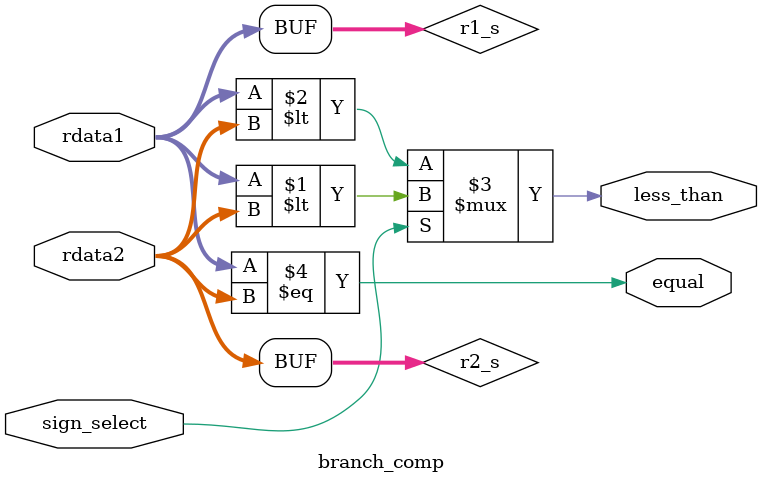
<source format=v>
`timescale 1ns / 1ps


module branch_comp(
    input wire sign_select,
    input wire [31:0] rdata1,
    input wire [31:0] rdata2,
    output wire equal,
    output wire less_than
    );
    wire signed [31:0] r1_s;
    wire signed [31:0] r2_s;
    
    assign r1_s = $signed(rdata1);
    assign r2_s = $signed(rdata2);
    
    assign less_than = (sign_select) ? (r1_s < r2_s) : (rdata1 < rdata2);
    assign equal     = (rdata1 == rdata2);
endmodule

</source>
